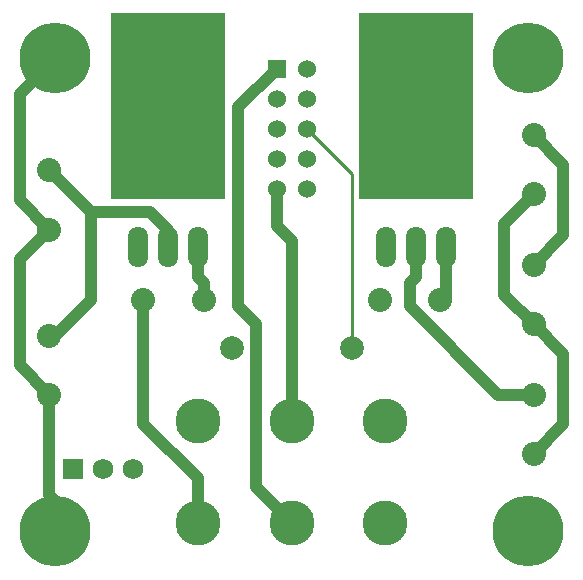
<source format=gtl>
%FSLAX34Y34*%
G04 Gerber Fmt 3.4, Leading zero omitted, Abs format*
G04 (created by PCBNEW (2014-jan-25)-product) date Mon 11 Aug 2014 02:02:26 PM PDT*
%MOIN*%
G01*
G70*
G90*
G04 APERTURE LIST*
%ADD10C,0.003937*%
%ADD11C,0.236220*%
%ADD12R,0.068000X0.068000*%
%ADD13C,0.068000*%
%ADD14R,0.060000X0.060000*%
%ADD15C,0.060000*%
%ADD16C,0.080000*%
%ADD17O,0.066900X0.137800*%
%ADD18R,0.380000X0.620000*%
%ADD19C,0.078700*%
%ADD20C,0.150000*%
%ADD21C,0.040000*%
%ADD22C,0.010000*%
G04 APERTURE END LIST*
G54D10*
G54D11*
X41338Y-41338D03*
X57086Y-41338D03*
X41338Y-57086D03*
X57086Y-57086D03*
G54D12*
X41913Y-55019D03*
G54D13*
X42913Y-55019D03*
X43913Y-55019D03*
G54D14*
X48712Y-41700D03*
G54D15*
X49712Y-41700D03*
X48712Y-42700D03*
X49712Y-42700D03*
X48712Y-43700D03*
X49712Y-43700D03*
X48712Y-44700D03*
X49712Y-44700D03*
X48712Y-45700D03*
X49712Y-45700D03*
G54D16*
X57283Y-52559D03*
X57283Y-54527D03*
X57283Y-48228D03*
X57283Y-50196D03*
X57283Y-43897D03*
X57283Y-45866D03*
X41141Y-52559D03*
X41141Y-50590D03*
X41141Y-47047D03*
X41141Y-45078D03*
G54D17*
X53346Y-47637D03*
X52346Y-47637D03*
X54346Y-47637D03*
G54D18*
X53346Y-42937D03*
G54D17*
X45078Y-47637D03*
X44078Y-47637D03*
X46078Y-47637D03*
G54D18*
X45078Y-42937D03*
G54D19*
X47212Y-50984D03*
X51212Y-50984D03*
G54D16*
X54154Y-49409D03*
X52144Y-49409D03*
X46280Y-49409D03*
X44270Y-49409D03*
G54D20*
X49212Y-56818D03*
X49212Y-53418D03*
X52332Y-56818D03*
X46092Y-53418D03*
X52332Y-53418D03*
X46092Y-56818D03*
G54D21*
X41141Y-50590D02*
X41338Y-50590D01*
X41338Y-50590D02*
X42519Y-49409D01*
X42519Y-49409D02*
X42519Y-46456D01*
X45078Y-47637D02*
X45078Y-47047D01*
X45078Y-47047D02*
X44488Y-46456D01*
X44488Y-46456D02*
X42519Y-46456D01*
X42519Y-46456D02*
X41141Y-45078D01*
X46092Y-56818D02*
X46092Y-55344D01*
X44270Y-53522D02*
X44270Y-49409D01*
X46092Y-55344D02*
X44270Y-53522D01*
X46280Y-49409D02*
X46280Y-48839D01*
X46078Y-48637D02*
X46078Y-47637D01*
X46280Y-48839D02*
X46078Y-48637D01*
X49212Y-56818D02*
X48031Y-55637D01*
X47440Y-42972D02*
X48712Y-41700D01*
X47440Y-49606D02*
X47440Y-42972D01*
X48031Y-50196D02*
X47440Y-49606D01*
X48031Y-55637D02*
X48031Y-50196D01*
X41338Y-57086D02*
X41338Y-56102D01*
X41338Y-56102D02*
X41141Y-55905D01*
X41141Y-55905D02*
X41141Y-52559D01*
X41141Y-47047D02*
X40157Y-48031D01*
X40157Y-51574D02*
X41141Y-52559D01*
X40157Y-48031D02*
X40157Y-51574D01*
X41338Y-41338D02*
X40157Y-42519D01*
X40157Y-46062D02*
X41141Y-47047D01*
X40157Y-42519D02*
X40157Y-46062D01*
G54D22*
X51212Y-50984D02*
X51212Y-45200D01*
X51212Y-45200D02*
X49712Y-43700D01*
G54D21*
X49212Y-53418D02*
X49212Y-47440D01*
X48712Y-46940D02*
X48712Y-45700D01*
X49212Y-47440D02*
X48712Y-46940D01*
X53346Y-47637D02*
X53346Y-48622D01*
X56102Y-52559D02*
X57283Y-52559D01*
X53149Y-49606D02*
X56102Y-52559D01*
X53149Y-48818D02*
X53149Y-49606D01*
X53346Y-48622D02*
X53149Y-48818D01*
X57283Y-50196D02*
X56299Y-49212D01*
X56299Y-46850D02*
X57283Y-45866D01*
X56299Y-49212D02*
X56299Y-46850D01*
X57283Y-50196D02*
X58267Y-51181D01*
X58267Y-53543D02*
X57283Y-54527D01*
X58267Y-51181D02*
X58267Y-53543D01*
X54154Y-49409D02*
X54346Y-49217D01*
X54346Y-49217D02*
X54346Y-47637D01*
X57283Y-43897D02*
X58267Y-44881D01*
X58267Y-47244D02*
X57283Y-48228D01*
X58267Y-44881D02*
X58267Y-47244D01*
M02*

</source>
